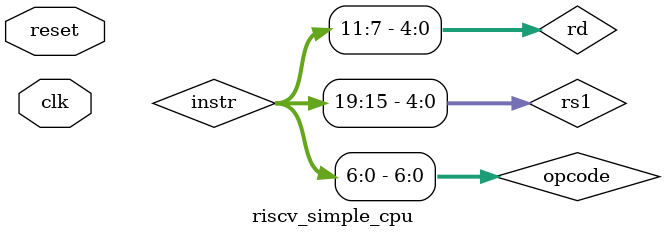
<source format=v>
`timescale 1ns / 1ps

module riscv_simple_cpu (
    input clk,
    input reset
);

    // === Registers and wires ===
    reg [31:0] pc;
    wire [31:0] instr;

    wire [4:0] rs1 = instr[19:15];
    wire [4:0] rs2 = instr[24:20];
    wire [4:0] rd  = instr[11:7];
    wire [6:0] opcode = instr[6:0];
    wire [2:0] funct3 = instr[14:12];
    wire [6:0] funct7 = instr[31:25];

    wire [31:0] rd1, rd2;
    wire [31:0] imm;
    wire [31:0] alu_result;
    wire [3:0] alu_ctrl;
    wire [31:0] write_data;

    reg [31:0] regfile [0:31];
    reg [31:0] instr_mem [0:255];

    initial begin
        // Example instructions (addi x1, x0, 5), (addi x2, x0, 10), (add x3, x1, x2)
        instr_mem[0] = 32'h00500093; // addi x1, x0, 5
        instr_mem[1] = 32'h00a00113; // addi x2, x0, 10
        instr_mem[2] = 32'h002081b3; // add x3, x1, x2
    end

    assign instr = instr_mem[pc[9:2]];

    // === Immediate generator (only I-type for now) ===
    assign imm = {{20{instr[31]}}, instr[31:20]};

    // === Register read ===
    assign rd1 = (rs1 != 0) ? regfile[rs1] : 0;
    assign rd2 = (rs2 != 0) ? regfile[rs2] : 0;

    // === ALU control (simplified) ===
    assign alu_ctrl = (opcode == 7'b0110011) ? 4'b0010 : // add
                      (opcode == 7'b0010011) ? 4'b0010 : // addi
                      4'b0000;

    // === ALU ===
    assign alu_result = rd1 + ((opcode == 7'b0010011) ? imm : rd2);  // only add/addi

    // === Write back ===
    assign write_data = alu_result;

    // === Clocked logic ===
    always @(posedge clk) begin
        if (reset) begin
            pc <= 0;
        end else begin
            pc <= pc + 4;

            if (opcode == 7'b0110011 || opcode == 7'b0010011) begin
                if (rd != 0)
                    regfile[rd] <= write_data;
            end
        end
    end

endmodule

</source>
